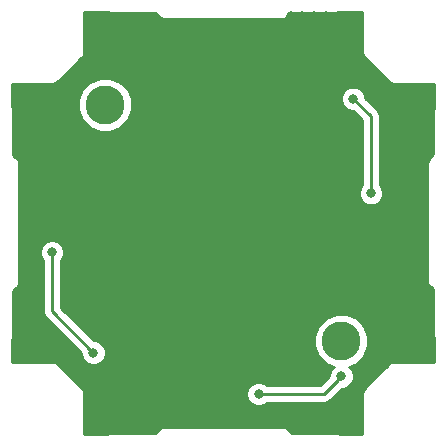
<source format=gbl>
G04 #@! TF.GenerationSoftware,KiCad,Pcbnew,5.0.0-fee4fd1~66~ubuntu16.04.1*
G04 #@! TF.CreationDate,2018-09-11T21:28:54+02:00*
G04 #@! TF.ProjectId,inverted_quad_pdb,696E7665727465645F717561645F7064,rev?*
G04 #@! TF.SameCoordinates,Original*
G04 #@! TF.FileFunction,Copper,L2,Bot,Signal*
G04 #@! TF.FilePolarity,Positive*
%FSLAX46Y46*%
G04 Gerber Fmt 4.6, Leading zero omitted, Abs format (unit mm)*
G04 Created by KiCad (PCBNEW 5.0.0-fee4fd1~66~ubuntu16.04.1) date Tue Sep 11 21:28:54 2018*
%MOMM*%
%LPD*%
G01*
G04 APERTURE LIST*
G04 #@! TA.AperFunction,ViaPad*
%ADD10C,3.300000*%
G04 #@! TD*
G04 #@! TA.AperFunction,ViaPad*
%ADD11C,0.800000*%
G04 #@! TD*
G04 #@! TA.AperFunction,Conductor*
%ADD12C,0.250000*%
G04 #@! TD*
G04 #@! TA.AperFunction,Conductor*
%ADD13C,0.254000*%
G04 #@! TD*
G04 APERTURE END LIST*
D10*
G04 #@! TO.N,*
X120000000Y-105000000D03*
X140000000Y-125000000D03*
D11*
G04 #@! TO.N,GND*
X120300000Y-130500000D03*
X123300000Y-130500000D03*
X124300000Y-130500000D03*
X112500000Y-105300000D03*
X113500000Y-106300000D03*
X114500000Y-105300000D03*
X113500000Y-105300000D03*
X112500000Y-108300000D03*
X114500000Y-108300000D03*
X112500000Y-106300000D03*
X113500000Y-108300000D03*
X114500000Y-106300000D03*
X113500000Y-107300000D03*
X114500000Y-109300000D03*
X112500000Y-107300000D03*
X113500000Y-109300000D03*
X114500000Y-107300000D03*
X112500000Y-109300000D03*
X139700000Y-97500000D03*
X138700000Y-98500000D03*
X139700000Y-99500000D03*
X139700000Y-98500000D03*
X136700000Y-97500000D03*
X136700000Y-99500000D03*
X138700000Y-97500000D03*
X136700000Y-98500000D03*
X138700000Y-99500000D03*
X137700000Y-98500000D03*
X135700000Y-99500000D03*
X137700000Y-97500000D03*
X135700000Y-98500000D03*
X137700000Y-99500000D03*
X135700000Y-97500000D03*
X145500000Y-120700000D03*
X146500000Y-121700000D03*
X147500000Y-120700000D03*
X146500000Y-120700000D03*
X145500000Y-123700000D03*
X147500000Y-123700000D03*
X145500000Y-121700000D03*
X146500000Y-123700000D03*
X147500000Y-121700000D03*
X146500000Y-122700000D03*
X147500000Y-124700000D03*
X145500000Y-122700000D03*
X146500000Y-124700000D03*
X147500000Y-122700000D03*
X145500000Y-124700000D03*
X124300000Y-131500000D03*
X124300000Y-132500000D03*
X123300000Y-132500000D03*
X122300000Y-132500000D03*
X121300000Y-132500000D03*
X120300000Y-132500000D03*
X120300000Y-131500000D03*
X121300000Y-131500000D03*
X122300000Y-131500000D03*
X123300000Y-131500000D03*
X122300000Y-130500000D03*
X121300000Y-130500000D03*
X115500000Y-105300000D03*
X115500000Y-106300000D03*
X115500000Y-107300000D03*
X115500000Y-108300000D03*
X115500000Y-109300000D03*
X120300000Y-129500000D03*
X121300000Y-129500000D03*
X122300000Y-129500000D03*
X123300000Y-129500000D03*
X124300000Y-129500000D03*
X144500000Y-120700000D03*
X144500000Y-121700000D03*
X144500000Y-122700000D03*
X144500000Y-123700000D03*
X144500000Y-124700000D03*
X135700000Y-100500000D03*
X136700000Y-100500000D03*
X137700000Y-100500000D03*
X138700000Y-100500000D03*
X139700000Y-100500000D03*
X124300000Y-128500000D03*
X123300000Y-128500000D03*
X122300000Y-128500000D03*
X121300000Y-128500000D03*
X120300000Y-128500000D03*
X143500000Y-124700000D03*
X143500000Y-123700000D03*
X143500000Y-122700000D03*
X143500000Y-121700000D03*
X143500000Y-120700000D03*
X139700000Y-101500000D03*
X138700000Y-101500000D03*
X137700000Y-101500000D03*
X136700000Y-101500000D03*
X135700000Y-101500000D03*
X116500000Y-109300000D03*
X116500000Y-108300000D03*
X116500000Y-107300000D03*
X116500000Y-106300000D03*
X116500000Y-105300000D03*
G04 #@! TO.N,/TLM*
X119000000Y-126000000D03*
X141000000Y-104500000D03*
X133000000Y-129500000D03*
X115500000Y-117500000D03*
X142500000Y-112500000D03*
X140000000Y-128000000D03*
G04 #@! TD*
D12*
G04 #@! TO.N,/TLM*
X115500000Y-122500000D02*
X115500000Y-117500000D01*
X119000000Y-126000000D02*
X115500000Y-122500000D01*
X142500000Y-106000000D02*
X142500000Y-112500000D01*
X141000000Y-104500000D02*
X142500000Y-106000000D01*
X133000000Y-129500000D02*
X138500000Y-129500000D01*
X138500000Y-129500000D02*
X139600001Y-128399999D01*
X139600001Y-128399999D02*
X140000000Y-128000000D01*
G04 #@! TD*
D13*
G04 #@! TO.N,GND*
G36*
X120222972Y-97168805D02*
X120500000Y-97223909D01*
X120569925Y-97210000D01*
X124205909Y-97210000D01*
X124448509Y-97452601D01*
X124488119Y-97511881D01*
X124547398Y-97551490D01*
X124547399Y-97551491D01*
X124722971Y-97668805D01*
X125000000Y-97723909D01*
X125069926Y-97710000D01*
X134930076Y-97710000D01*
X135000000Y-97723909D01*
X135069924Y-97710000D01*
X135069926Y-97710000D01*
X135277028Y-97668805D01*
X135511881Y-97511881D01*
X135551493Y-97452597D01*
X135794091Y-97210000D01*
X139430075Y-97210000D01*
X139500000Y-97223909D01*
X139777028Y-97168805D01*
X139839594Y-97127000D01*
X141765001Y-97127000D01*
X141765001Y-100427611D01*
X141750602Y-100500000D01*
X141807646Y-100786782D01*
X141807647Y-100786783D01*
X141970096Y-101029905D01*
X142031463Y-101070909D01*
X143929090Y-102968537D01*
X143970095Y-103029905D01*
X144213217Y-103192354D01*
X144427612Y-103235000D01*
X144427615Y-103235000D01*
X144499999Y-103249398D01*
X144572383Y-103235000D01*
X147873000Y-103235000D01*
X147873000Y-105160406D01*
X147831195Y-105222972D01*
X147776091Y-105500000D01*
X147790001Y-105569930D01*
X147790000Y-109205909D01*
X147547401Y-109448509D01*
X147488120Y-109488119D01*
X147331197Y-109722971D01*
X147331196Y-109722972D01*
X147276091Y-110000000D01*
X147290001Y-110069929D01*
X147290000Y-119930076D01*
X147276091Y-120000000D01*
X147290000Y-120069924D01*
X147290000Y-120069925D01*
X147331195Y-120277027D01*
X147488119Y-120511880D01*
X147547401Y-120551491D01*
X147790001Y-120794092D01*
X147790000Y-124430074D01*
X147776091Y-124500000D01*
X147831195Y-124777028D01*
X147873000Y-124839594D01*
X147873000Y-126765000D01*
X144572383Y-126765000D01*
X144499999Y-126750602D01*
X144427615Y-126765000D01*
X144427612Y-126765000D01*
X144213217Y-126807646D01*
X143970095Y-126970095D01*
X143929091Y-127031462D01*
X142031465Y-128929089D01*
X141970095Y-128970095D01*
X141807646Y-129213218D01*
X141765000Y-129427613D01*
X141765000Y-129427616D01*
X141750602Y-129500000D01*
X141765000Y-129572384D01*
X141765000Y-132873000D01*
X139839594Y-132873000D01*
X139777028Y-132831195D01*
X139569926Y-132790000D01*
X139569925Y-132790000D01*
X139500000Y-132776091D01*
X139430074Y-132790000D01*
X135794091Y-132790000D01*
X135551493Y-132547403D01*
X135511881Y-132488119D01*
X135277028Y-132331195D01*
X135069926Y-132290000D01*
X135069924Y-132290000D01*
X135000000Y-132276091D01*
X134930076Y-132290000D01*
X125069926Y-132290000D01*
X125000000Y-132276091D01*
X124722971Y-132331195D01*
X124547399Y-132448509D01*
X124488119Y-132488119D01*
X124448509Y-132547399D01*
X124205909Y-132790000D01*
X120569926Y-132790000D01*
X120500000Y-132776091D01*
X120430075Y-132790000D01*
X120430074Y-132790000D01*
X120222972Y-132831195D01*
X120160406Y-132873000D01*
X118235000Y-132873000D01*
X118235000Y-129572383D01*
X118249398Y-129499999D01*
X118235000Y-129427613D01*
X118235000Y-129427612D01*
X118208448Y-129294126D01*
X131965000Y-129294126D01*
X131965000Y-129705874D01*
X132122569Y-130086280D01*
X132413720Y-130377431D01*
X132794126Y-130535000D01*
X133205874Y-130535000D01*
X133586280Y-130377431D01*
X133703711Y-130260000D01*
X138425153Y-130260000D01*
X138500000Y-130274888D01*
X138574847Y-130260000D01*
X138574852Y-130260000D01*
X138796537Y-130215904D01*
X139047929Y-130047929D01*
X139090331Y-129984471D01*
X140039803Y-129035000D01*
X140205874Y-129035000D01*
X140586280Y-128877431D01*
X140877431Y-128586280D01*
X141035000Y-128205874D01*
X141035000Y-127794126D01*
X140877431Y-127413720D01*
X140662543Y-127198832D01*
X141294349Y-126937130D01*
X141937130Y-126294349D01*
X142285000Y-125454515D01*
X142285000Y-124545485D01*
X141937130Y-123705651D01*
X141294349Y-123062870D01*
X140454515Y-122715000D01*
X139545485Y-122715000D01*
X138705651Y-123062870D01*
X138062870Y-123705651D01*
X137715000Y-124545485D01*
X137715000Y-125454515D01*
X138062870Y-126294349D01*
X138705651Y-126937130D01*
X139337457Y-127198832D01*
X139122569Y-127413720D01*
X138965000Y-127794126D01*
X138965000Y-127960197D01*
X138185199Y-128740000D01*
X133703711Y-128740000D01*
X133586280Y-128622569D01*
X133205874Y-128465000D01*
X132794126Y-128465000D01*
X132413720Y-128622569D01*
X132122569Y-128913720D01*
X131965000Y-129294126D01*
X118208448Y-129294126D01*
X118192354Y-129213217D01*
X118029905Y-128970095D01*
X117968537Y-128929090D01*
X116070911Y-127031465D01*
X116029905Y-126970095D01*
X115786783Y-126807646D01*
X115572388Y-126765000D01*
X115572384Y-126765000D01*
X115500000Y-126750602D01*
X115427616Y-126765000D01*
X112127000Y-126765000D01*
X112127000Y-124839594D01*
X112168805Y-124777028D01*
X112210000Y-124569926D01*
X112210000Y-124569925D01*
X112223909Y-124500000D01*
X112210000Y-124430074D01*
X112210000Y-120794091D01*
X112452601Y-120551491D01*
X112511881Y-120511881D01*
X112551491Y-120452601D01*
X112668805Y-120277029D01*
X112723909Y-120000000D01*
X112710000Y-119930074D01*
X112710000Y-117294126D01*
X114465000Y-117294126D01*
X114465000Y-117705874D01*
X114622569Y-118086280D01*
X114740001Y-118203712D01*
X114740000Y-122425153D01*
X114725112Y-122500000D01*
X114740000Y-122574847D01*
X114740000Y-122574851D01*
X114784096Y-122796536D01*
X114952071Y-123047929D01*
X115015530Y-123090331D01*
X117965000Y-126039803D01*
X117965000Y-126205874D01*
X118122569Y-126586280D01*
X118413720Y-126877431D01*
X118794126Y-127035000D01*
X119205874Y-127035000D01*
X119586280Y-126877431D01*
X119877431Y-126586280D01*
X120035000Y-126205874D01*
X120035000Y-125794126D01*
X119877431Y-125413720D01*
X119586280Y-125122569D01*
X119205874Y-124965000D01*
X119039803Y-124965000D01*
X116260000Y-122185199D01*
X116260000Y-118203711D01*
X116377431Y-118086280D01*
X116535000Y-117705874D01*
X116535000Y-117294126D01*
X116377431Y-116913720D01*
X116086280Y-116622569D01*
X115705874Y-116465000D01*
X115294126Y-116465000D01*
X114913720Y-116622569D01*
X114622569Y-116913720D01*
X114465000Y-117294126D01*
X112710000Y-117294126D01*
X112710000Y-110069926D01*
X112723909Y-110000000D01*
X112668805Y-109722971D01*
X112551491Y-109547399D01*
X112551488Y-109547396D01*
X112511880Y-109488119D01*
X112452603Y-109448511D01*
X112210000Y-109205909D01*
X112210000Y-105569926D01*
X112223909Y-105500000D01*
X112168805Y-105222972D01*
X112127000Y-105160406D01*
X112127000Y-104545485D01*
X117715000Y-104545485D01*
X117715000Y-105454515D01*
X118062870Y-106294349D01*
X118705651Y-106937130D01*
X119545485Y-107285000D01*
X120454515Y-107285000D01*
X121294349Y-106937130D01*
X121937130Y-106294349D01*
X122285000Y-105454515D01*
X122285000Y-104545485D01*
X122180884Y-104294126D01*
X139965000Y-104294126D01*
X139965000Y-104705874D01*
X140122569Y-105086280D01*
X140413720Y-105377431D01*
X140794126Y-105535000D01*
X140960198Y-105535000D01*
X141740000Y-106314803D01*
X141740001Y-111796288D01*
X141622569Y-111913720D01*
X141465000Y-112294126D01*
X141465000Y-112705874D01*
X141622569Y-113086280D01*
X141913720Y-113377431D01*
X142294126Y-113535000D01*
X142705874Y-113535000D01*
X143086280Y-113377431D01*
X143377431Y-113086280D01*
X143535000Y-112705874D01*
X143535000Y-112294126D01*
X143377431Y-111913720D01*
X143260000Y-111796289D01*
X143260000Y-106074846D01*
X143274888Y-105999999D01*
X143260000Y-105925152D01*
X143260000Y-105925148D01*
X143215904Y-105703463D01*
X143174102Y-105640902D01*
X143090329Y-105515526D01*
X143090327Y-105515524D01*
X143047929Y-105452071D01*
X142984476Y-105409673D01*
X142035000Y-104460198D01*
X142035000Y-104294126D01*
X141877431Y-103913720D01*
X141586280Y-103622569D01*
X141205874Y-103465000D01*
X140794126Y-103465000D01*
X140413720Y-103622569D01*
X140122569Y-103913720D01*
X139965000Y-104294126D01*
X122180884Y-104294126D01*
X121937130Y-103705651D01*
X121294349Y-103062870D01*
X120454515Y-102715000D01*
X119545485Y-102715000D01*
X118705651Y-103062870D01*
X118062870Y-103705651D01*
X117715000Y-104545485D01*
X112127000Y-104545485D01*
X112127000Y-103235000D01*
X115427616Y-103235000D01*
X115500000Y-103249398D01*
X115572384Y-103235000D01*
X115572388Y-103235000D01*
X115786783Y-103192354D01*
X116029905Y-103029905D01*
X116070911Y-102968535D01*
X117968538Y-101070909D01*
X118029905Y-101029905D01*
X118192354Y-100786783D01*
X118235000Y-100572388D01*
X118235000Y-100572385D01*
X118249398Y-100500001D01*
X118235000Y-100427617D01*
X118235000Y-97127000D01*
X120160406Y-97127000D01*
X120222972Y-97168805D01*
X120222972Y-97168805D01*
G37*
X120222972Y-97168805D02*
X120500000Y-97223909D01*
X120569925Y-97210000D01*
X124205909Y-97210000D01*
X124448509Y-97452601D01*
X124488119Y-97511881D01*
X124547398Y-97551490D01*
X124547399Y-97551491D01*
X124722971Y-97668805D01*
X125000000Y-97723909D01*
X125069926Y-97710000D01*
X134930076Y-97710000D01*
X135000000Y-97723909D01*
X135069924Y-97710000D01*
X135069926Y-97710000D01*
X135277028Y-97668805D01*
X135511881Y-97511881D01*
X135551493Y-97452597D01*
X135794091Y-97210000D01*
X139430075Y-97210000D01*
X139500000Y-97223909D01*
X139777028Y-97168805D01*
X139839594Y-97127000D01*
X141765001Y-97127000D01*
X141765001Y-100427611D01*
X141750602Y-100500000D01*
X141807646Y-100786782D01*
X141807647Y-100786783D01*
X141970096Y-101029905D01*
X142031463Y-101070909D01*
X143929090Y-102968537D01*
X143970095Y-103029905D01*
X144213217Y-103192354D01*
X144427612Y-103235000D01*
X144427615Y-103235000D01*
X144499999Y-103249398D01*
X144572383Y-103235000D01*
X147873000Y-103235000D01*
X147873000Y-105160406D01*
X147831195Y-105222972D01*
X147776091Y-105500000D01*
X147790001Y-105569930D01*
X147790000Y-109205909D01*
X147547401Y-109448509D01*
X147488120Y-109488119D01*
X147331197Y-109722971D01*
X147331196Y-109722972D01*
X147276091Y-110000000D01*
X147290001Y-110069929D01*
X147290000Y-119930076D01*
X147276091Y-120000000D01*
X147290000Y-120069924D01*
X147290000Y-120069925D01*
X147331195Y-120277027D01*
X147488119Y-120511880D01*
X147547401Y-120551491D01*
X147790001Y-120794092D01*
X147790000Y-124430074D01*
X147776091Y-124500000D01*
X147831195Y-124777028D01*
X147873000Y-124839594D01*
X147873000Y-126765000D01*
X144572383Y-126765000D01*
X144499999Y-126750602D01*
X144427615Y-126765000D01*
X144427612Y-126765000D01*
X144213217Y-126807646D01*
X143970095Y-126970095D01*
X143929091Y-127031462D01*
X142031465Y-128929089D01*
X141970095Y-128970095D01*
X141807646Y-129213218D01*
X141765000Y-129427613D01*
X141765000Y-129427616D01*
X141750602Y-129500000D01*
X141765000Y-129572384D01*
X141765000Y-132873000D01*
X139839594Y-132873000D01*
X139777028Y-132831195D01*
X139569926Y-132790000D01*
X139569925Y-132790000D01*
X139500000Y-132776091D01*
X139430074Y-132790000D01*
X135794091Y-132790000D01*
X135551493Y-132547403D01*
X135511881Y-132488119D01*
X135277028Y-132331195D01*
X135069926Y-132290000D01*
X135069924Y-132290000D01*
X135000000Y-132276091D01*
X134930076Y-132290000D01*
X125069926Y-132290000D01*
X125000000Y-132276091D01*
X124722971Y-132331195D01*
X124547399Y-132448509D01*
X124488119Y-132488119D01*
X124448509Y-132547399D01*
X124205909Y-132790000D01*
X120569926Y-132790000D01*
X120500000Y-132776091D01*
X120430075Y-132790000D01*
X120430074Y-132790000D01*
X120222972Y-132831195D01*
X120160406Y-132873000D01*
X118235000Y-132873000D01*
X118235000Y-129572383D01*
X118249398Y-129499999D01*
X118235000Y-129427613D01*
X118235000Y-129427612D01*
X118208448Y-129294126D01*
X131965000Y-129294126D01*
X131965000Y-129705874D01*
X132122569Y-130086280D01*
X132413720Y-130377431D01*
X132794126Y-130535000D01*
X133205874Y-130535000D01*
X133586280Y-130377431D01*
X133703711Y-130260000D01*
X138425153Y-130260000D01*
X138500000Y-130274888D01*
X138574847Y-130260000D01*
X138574852Y-130260000D01*
X138796537Y-130215904D01*
X139047929Y-130047929D01*
X139090331Y-129984471D01*
X140039803Y-129035000D01*
X140205874Y-129035000D01*
X140586280Y-128877431D01*
X140877431Y-128586280D01*
X141035000Y-128205874D01*
X141035000Y-127794126D01*
X140877431Y-127413720D01*
X140662543Y-127198832D01*
X141294349Y-126937130D01*
X141937130Y-126294349D01*
X142285000Y-125454515D01*
X142285000Y-124545485D01*
X141937130Y-123705651D01*
X141294349Y-123062870D01*
X140454515Y-122715000D01*
X139545485Y-122715000D01*
X138705651Y-123062870D01*
X138062870Y-123705651D01*
X137715000Y-124545485D01*
X137715000Y-125454515D01*
X138062870Y-126294349D01*
X138705651Y-126937130D01*
X139337457Y-127198832D01*
X139122569Y-127413720D01*
X138965000Y-127794126D01*
X138965000Y-127960197D01*
X138185199Y-128740000D01*
X133703711Y-128740000D01*
X133586280Y-128622569D01*
X133205874Y-128465000D01*
X132794126Y-128465000D01*
X132413720Y-128622569D01*
X132122569Y-128913720D01*
X131965000Y-129294126D01*
X118208448Y-129294126D01*
X118192354Y-129213217D01*
X118029905Y-128970095D01*
X117968537Y-128929090D01*
X116070911Y-127031465D01*
X116029905Y-126970095D01*
X115786783Y-126807646D01*
X115572388Y-126765000D01*
X115572384Y-126765000D01*
X115500000Y-126750602D01*
X115427616Y-126765000D01*
X112127000Y-126765000D01*
X112127000Y-124839594D01*
X112168805Y-124777028D01*
X112210000Y-124569926D01*
X112210000Y-124569925D01*
X112223909Y-124500000D01*
X112210000Y-124430074D01*
X112210000Y-120794091D01*
X112452601Y-120551491D01*
X112511881Y-120511881D01*
X112551491Y-120452601D01*
X112668805Y-120277029D01*
X112723909Y-120000000D01*
X112710000Y-119930074D01*
X112710000Y-117294126D01*
X114465000Y-117294126D01*
X114465000Y-117705874D01*
X114622569Y-118086280D01*
X114740001Y-118203712D01*
X114740000Y-122425153D01*
X114725112Y-122500000D01*
X114740000Y-122574847D01*
X114740000Y-122574851D01*
X114784096Y-122796536D01*
X114952071Y-123047929D01*
X115015530Y-123090331D01*
X117965000Y-126039803D01*
X117965000Y-126205874D01*
X118122569Y-126586280D01*
X118413720Y-126877431D01*
X118794126Y-127035000D01*
X119205874Y-127035000D01*
X119586280Y-126877431D01*
X119877431Y-126586280D01*
X120035000Y-126205874D01*
X120035000Y-125794126D01*
X119877431Y-125413720D01*
X119586280Y-125122569D01*
X119205874Y-124965000D01*
X119039803Y-124965000D01*
X116260000Y-122185199D01*
X116260000Y-118203711D01*
X116377431Y-118086280D01*
X116535000Y-117705874D01*
X116535000Y-117294126D01*
X116377431Y-116913720D01*
X116086280Y-116622569D01*
X115705874Y-116465000D01*
X115294126Y-116465000D01*
X114913720Y-116622569D01*
X114622569Y-116913720D01*
X114465000Y-117294126D01*
X112710000Y-117294126D01*
X112710000Y-110069926D01*
X112723909Y-110000000D01*
X112668805Y-109722971D01*
X112551491Y-109547399D01*
X112551488Y-109547396D01*
X112511880Y-109488119D01*
X112452603Y-109448511D01*
X112210000Y-109205909D01*
X112210000Y-105569926D01*
X112223909Y-105500000D01*
X112168805Y-105222972D01*
X112127000Y-105160406D01*
X112127000Y-104545485D01*
X117715000Y-104545485D01*
X117715000Y-105454515D01*
X118062870Y-106294349D01*
X118705651Y-106937130D01*
X119545485Y-107285000D01*
X120454515Y-107285000D01*
X121294349Y-106937130D01*
X121937130Y-106294349D01*
X122285000Y-105454515D01*
X122285000Y-104545485D01*
X122180884Y-104294126D01*
X139965000Y-104294126D01*
X139965000Y-104705874D01*
X140122569Y-105086280D01*
X140413720Y-105377431D01*
X140794126Y-105535000D01*
X140960198Y-105535000D01*
X141740000Y-106314803D01*
X141740001Y-111796288D01*
X141622569Y-111913720D01*
X141465000Y-112294126D01*
X141465000Y-112705874D01*
X141622569Y-113086280D01*
X141913720Y-113377431D01*
X142294126Y-113535000D01*
X142705874Y-113535000D01*
X143086280Y-113377431D01*
X143377431Y-113086280D01*
X143535000Y-112705874D01*
X143535000Y-112294126D01*
X143377431Y-111913720D01*
X143260000Y-111796289D01*
X143260000Y-106074846D01*
X143274888Y-105999999D01*
X143260000Y-105925152D01*
X143260000Y-105925148D01*
X143215904Y-105703463D01*
X143174102Y-105640902D01*
X143090329Y-105515526D01*
X143090327Y-105515524D01*
X143047929Y-105452071D01*
X142984476Y-105409673D01*
X142035000Y-104460198D01*
X142035000Y-104294126D01*
X141877431Y-103913720D01*
X141586280Y-103622569D01*
X141205874Y-103465000D01*
X140794126Y-103465000D01*
X140413720Y-103622569D01*
X140122569Y-103913720D01*
X139965000Y-104294126D01*
X122180884Y-104294126D01*
X121937130Y-103705651D01*
X121294349Y-103062870D01*
X120454515Y-102715000D01*
X119545485Y-102715000D01*
X118705651Y-103062870D01*
X118062870Y-103705651D01*
X117715000Y-104545485D01*
X112127000Y-104545485D01*
X112127000Y-103235000D01*
X115427616Y-103235000D01*
X115500000Y-103249398D01*
X115572384Y-103235000D01*
X115572388Y-103235000D01*
X115786783Y-103192354D01*
X116029905Y-103029905D01*
X116070911Y-102968535D01*
X117968538Y-101070909D01*
X118029905Y-101029905D01*
X118192354Y-100786783D01*
X118235000Y-100572388D01*
X118235000Y-100572385D01*
X118249398Y-100500001D01*
X118235000Y-100427617D01*
X118235000Y-97127000D01*
X120160406Y-97127000D01*
X120222972Y-97168805D01*
G04 #@! TD*
M02*

</source>
